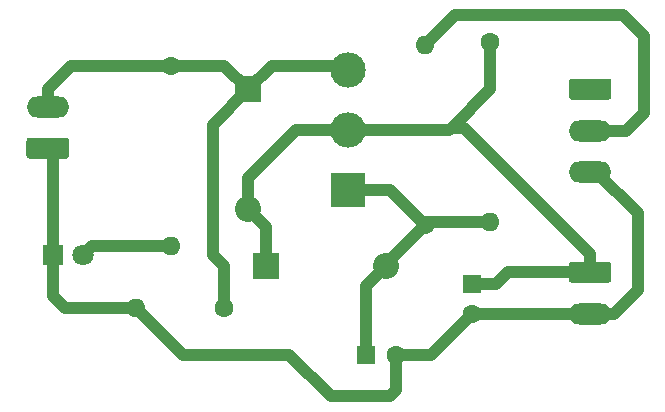
<source format=gbr>
G04 #@! TF.GenerationSoftware,KiCad,Pcbnew,(5.1.10)-1*
G04 #@! TF.CreationDate,2021-06-28T17:12:34+02:00*
G04 #@! TF.ProjectId,fuente-alimentacion-regulable,6675656e-7465-42d6-916c-696d656e7461,4.0*
G04 #@! TF.SameCoordinates,Original*
G04 #@! TF.FileFunction,Copper,L2,Bot*
G04 #@! TF.FilePolarity,Positive*
%FSLAX46Y46*%
G04 Gerber Fmt 4.6, Leading zero omitted, Abs format (unit mm)*
G04 Created by KiCad (PCBNEW (5.1.10)-1) date 2021-06-28 17:12:34*
%MOMM*%
%LPD*%
G01*
G04 APERTURE LIST*
G04 #@! TA.AperFunction,ComponentPad*
%ADD10C,1.600000*%
G04 #@! TD*
G04 #@! TA.AperFunction,ComponentPad*
%ADD11O,1.600000X1.600000*%
G04 #@! TD*
G04 #@! TA.AperFunction,ComponentPad*
%ADD12R,1.600000X1.600000*%
G04 #@! TD*
G04 #@! TA.AperFunction,ComponentPad*
%ADD13R,2.200000X2.200000*%
G04 #@! TD*
G04 #@! TA.AperFunction,ComponentPad*
%ADD14O,2.200000X2.200000*%
G04 #@! TD*
G04 #@! TA.AperFunction,ComponentPad*
%ADD15R,1.800000X1.800000*%
G04 #@! TD*
G04 #@! TA.AperFunction,ComponentPad*
%ADD16C,1.800000*%
G04 #@! TD*
G04 #@! TA.AperFunction,ComponentPad*
%ADD17O,3.600000X1.800000*%
G04 #@! TD*
G04 #@! TA.AperFunction,ComponentPad*
%ADD18R,3.000000X3.000000*%
G04 #@! TD*
G04 #@! TA.AperFunction,ComponentPad*
%ADD19O,3.000000X3.000000*%
G04 #@! TD*
G04 #@! TA.AperFunction,Conductor*
%ADD20C,1.000000*%
G04 #@! TD*
G04 APERTURE END LIST*
D10*
X102500000Y-74000000D03*
D11*
X95000000Y-74000000D03*
D12*
X114500000Y-78000000D03*
D10*
X117000000Y-78000000D03*
X123500000Y-74500000D03*
D12*
X123500000Y-72000000D03*
D13*
X104500000Y-55500000D03*
D14*
X104500000Y-65660000D03*
X116160000Y-70500000D03*
D13*
X106000000Y-70500000D03*
D15*
X88000000Y-69500000D03*
D16*
X90540000Y-69500000D03*
G04 #@! TA.AperFunction,ComponentPad*
G36*
G01*
X89090000Y-61400000D02*
X85990000Y-61400000D01*
G75*
G02*
X85740000Y-61150000I0J250000D01*
G01*
X85740000Y-59850000D01*
G75*
G02*
X85990000Y-59600000I250000J0D01*
G01*
X89090000Y-59600000D01*
G75*
G02*
X89340000Y-59850000I0J-250000D01*
G01*
X89340000Y-61150000D01*
G75*
G02*
X89090000Y-61400000I-250000J0D01*
G01*
G37*
G04 #@! TD.AperFunction*
D17*
X87540000Y-57000000D03*
D10*
X98000000Y-53500000D03*
D11*
X98000000Y-68740000D03*
D10*
X125000000Y-51500000D03*
D11*
X125000000Y-66740000D03*
X119500000Y-51760000D03*
D10*
X119500000Y-67000000D03*
G04 #@! TA.AperFunction,ComponentPad*
G36*
G01*
X131910000Y-54600000D02*
X135010000Y-54600000D01*
G75*
G02*
X135260000Y-54850000I0J-250000D01*
G01*
X135260000Y-56150000D01*
G75*
G02*
X135010000Y-56400000I-250000J0D01*
G01*
X131910000Y-56400000D01*
G75*
G02*
X131660000Y-56150000I0J250000D01*
G01*
X131660000Y-54850000D01*
G75*
G02*
X131910000Y-54600000I250000J0D01*
G01*
G37*
G04 #@! TD.AperFunction*
D17*
X133460000Y-59000000D03*
X133460000Y-62500000D03*
X133460000Y-74500000D03*
G04 #@! TA.AperFunction,ComponentPad*
G36*
G01*
X131910000Y-70100000D02*
X135010000Y-70100000D01*
G75*
G02*
X135260000Y-70350000I0J-250000D01*
G01*
X135260000Y-71650000D01*
G75*
G02*
X135010000Y-71900000I-250000J0D01*
G01*
X131910000Y-71900000D01*
G75*
G02*
X131660000Y-71650000I0J250000D01*
G01*
X131660000Y-70350000D01*
G75*
G02*
X131910000Y-70100000I250000J0D01*
G01*
G37*
G04 #@! TD.AperFunction*
D18*
X113000000Y-64040000D03*
D19*
X113000000Y-58960000D03*
X113000000Y-53880000D03*
D20*
X87540000Y-57000000D02*
X87540000Y-55460000D01*
X89500000Y-53500000D02*
X98000000Y-53500000D01*
X87540000Y-55460000D02*
X89500000Y-53500000D01*
X102500000Y-53500000D02*
X104500000Y-55500000D01*
X98000000Y-53500000D02*
X102500000Y-53500000D01*
X112620000Y-53500000D02*
X113000000Y-53880000D01*
X106500000Y-53500000D02*
X112620000Y-53500000D01*
X104500000Y-55500000D02*
X106500000Y-53500000D01*
X102500000Y-74000000D02*
X102500000Y-70500000D01*
X102500000Y-70500000D02*
X101500000Y-69500000D01*
X101500000Y-58500000D02*
X104500000Y-55500000D01*
X101500000Y-69500000D02*
X101500000Y-58500000D01*
X120000000Y-78000000D02*
X123500000Y-74500000D01*
X117000000Y-78000000D02*
X120000000Y-78000000D01*
X133460000Y-62500000D02*
X134000000Y-62500000D01*
X134000000Y-62500000D02*
X137500000Y-66000000D01*
X137500000Y-66000000D02*
X137500000Y-72500000D01*
X135500000Y-74500000D02*
X133460000Y-74500000D01*
X137500000Y-72500000D02*
X135500000Y-74500000D01*
X133460000Y-74500000D02*
X123500000Y-74500000D01*
X88000000Y-60960000D02*
X87540000Y-60500000D01*
X88000000Y-69500000D02*
X88000000Y-60960000D01*
X88000000Y-69500000D02*
X88000000Y-73000000D01*
X89000000Y-74000000D02*
X95000000Y-74000000D01*
X88000000Y-73000000D02*
X89000000Y-74000000D01*
X95000000Y-74000000D02*
X99000000Y-78000000D01*
X99000000Y-78000000D02*
X108000000Y-78000000D01*
X108000000Y-78000000D02*
X111500000Y-81500000D01*
X111500000Y-81500000D02*
X116500000Y-81500000D01*
X117000000Y-81000000D02*
X117000000Y-78000000D01*
X116500000Y-81500000D02*
X117000000Y-81000000D01*
X91300000Y-68740000D02*
X90540000Y-69500000D01*
X98000000Y-68740000D02*
X91300000Y-68740000D01*
X119500000Y-51760000D02*
X122000000Y-49260000D01*
X122000000Y-49260000D02*
X136260000Y-49260000D01*
X136260000Y-49260000D02*
X138000000Y-51000000D01*
X138000000Y-51000000D02*
X138000000Y-57500000D01*
X136500000Y-59000000D02*
X133460000Y-59000000D01*
X138000000Y-57500000D02*
X136500000Y-59000000D01*
X116160000Y-70340000D02*
X119500000Y-67000000D01*
X116160000Y-70500000D02*
X116160000Y-70340000D01*
X119500000Y-67000000D02*
X116500000Y-64000000D01*
X116460000Y-64040000D02*
X113000000Y-64040000D01*
X116500000Y-64000000D02*
X116460000Y-64040000D01*
X114500000Y-72160000D02*
X116160000Y-70500000D01*
X114500000Y-78000000D02*
X114500000Y-72160000D01*
X119760000Y-66740000D02*
X119500000Y-67000000D01*
X125000000Y-66740000D02*
X119760000Y-66740000D01*
X104500000Y-65660000D02*
X106000000Y-67160000D01*
X106000000Y-67160000D02*
X106000000Y-70500000D01*
X113000000Y-58960000D02*
X108540000Y-58960000D01*
X104500000Y-63000000D02*
X104500000Y-65660000D01*
X108540000Y-58960000D02*
X104500000Y-63000000D01*
X113040000Y-59000000D02*
X113000000Y-58960000D01*
X113000000Y-58960000D02*
X121540000Y-58960000D01*
X125000000Y-55500000D02*
X125000000Y-51500000D01*
X123500000Y-72000000D02*
X125500000Y-72000000D01*
X126500000Y-71000000D02*
X133460000Y-71000000D01*
X125500000Y-72000000D02*
X126500000Y-71000000D01*
X133460000Y-71000000D02*
X133460000Y-69460000D01*
X122750000Y-58750000D02*
X121750000Y-58750000D01*
X133460000Y-69460000D02*
X122750000Y-58750000D01*
X121750000Y-58750000D02*
X125000000Y-55500000D01*
X121540000Y-58960000D02*
X121750000Y-58750000D01*
M02*

</source>
